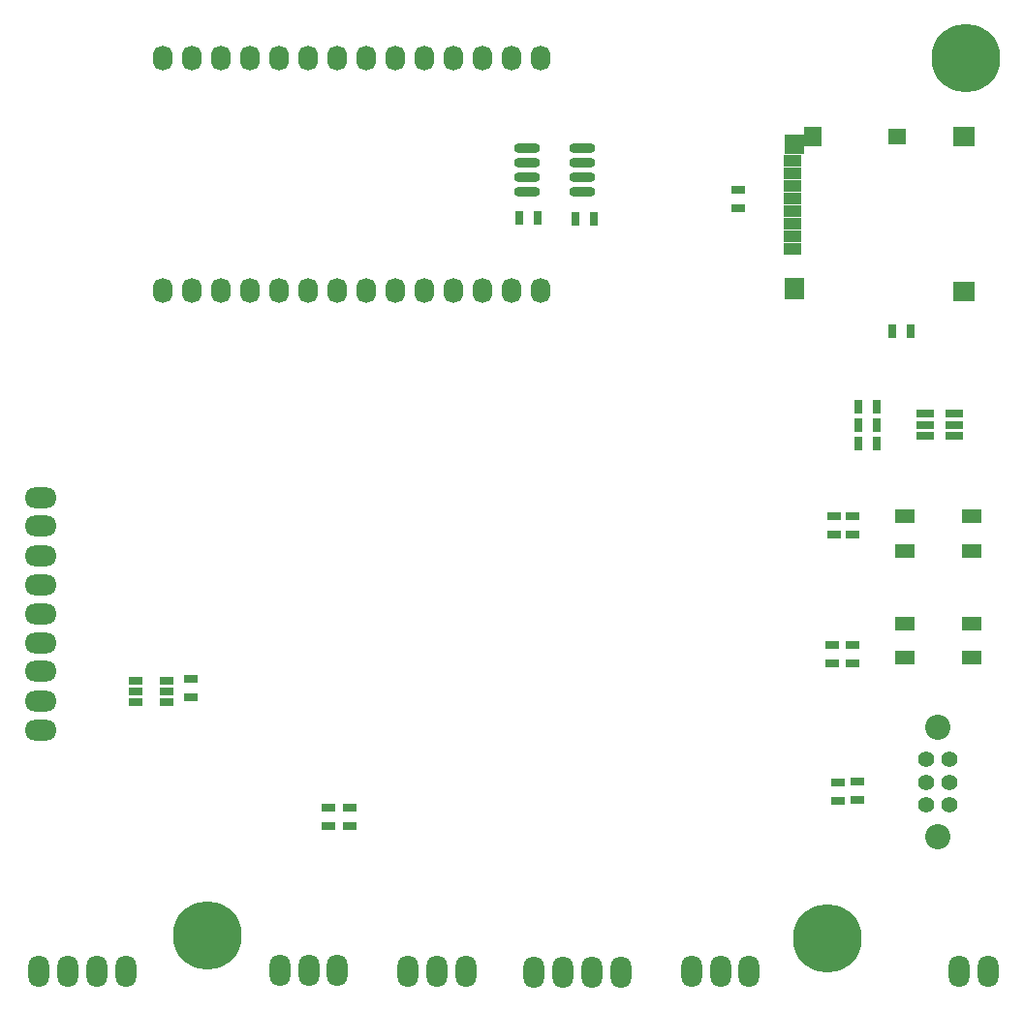
<source format=gts>
G04*
G04 #@! TF.GenerationSoftware,Altium Limited,Altium Designer,21.0.9 (235)*
G04*
G04 Layer_Color=8388736*
%FSLAX44Y44*%
%MOMM*%
G71*
G04*
G04 #@! TF.SameCoordinates,736B1018-3895-43CE-9238-027F92C9441B*
G04*
G04*
G04 #@! TF.FilePolarity,Negative*
G04*
G01*
G75*
%ADD28R,1.1532X0.8032*%
%ADD29R,0.8032X1.1532*%
%ADD30R,1.5032X0.8032*%
%ADD31R,1.7532X1.2032*%
%ADD32O,2.3032X0.8532*%
%ADD33R,1.2032X0.7032*%
%ADD34R,1.5032X1.7032*%
%ADD35R,1.9032X1.7032*%
%ADD36R,1.6032X1.4032*%
%ADD37R,1.7032X1.9032*%
%ADD38R,1.7032X1.8032*%
%ADD39R,1.6032X1.0032*%
%ADD40O,1.7032X2.2032*%
%ADD41O,2.8032X1.8032*%
%ADD42C,1.4032*%
%ADD43C,2.2032*%
%ADD44O,1.8032X2.8032*%
%ADD45C,6.0000*%
D28*
X172974Y271908D02*
D03*
Y287908D02*
D03*
X755250Y197778D02*
D03*
Y181778D02*
D03*
X738500Y197250D02*
D03*
Y181250D02*
D03*
X751234Y301450D02*
D03*
Y317450D02*
D03*
X733484Y316950D02*
D03*
Y300950D02*
D03*
X734894Y414200D02*
D03*
Y430200D02*
D03*
X751490Y430017D02*
D03*
Y414017D02*
D03*
X651106Y699250D02*
D03*
Y715250D02*
D03*
X311500Y174750D02*
D03*
Y158750D02*
D03*
X293000Y175000D02*
D03*
Y159000D02*
D03*
D29*
X772032Y493240D02*
D03*
X756032D02*
D03*
X772032Y509750D02*
D03*
X756032D02*
D03*
X772032Y525780D02*
D03*
X756032D02*
D03*
X801750Y592000D02*
D03*
X785750D02*
D03*
X525258Y690036D02*
D03*
X509258D02*
D03*
X476008Y690544D02*
D03*
X460009D02*
D03*
D30*
X814250Y519750D02*
D03*
Y509750D02*
D03*
X840250Y519250D02*
D03*
Y509750D02*
D03*
Y500250D02*
D03*
X814250D02*
D03*
D31*
X855658Y429560D02*
D03*
X796658D02*
D03*
Y399560D02*
D03*
X855658D02*
D03*
Y336339D02*
D03*
X796658D02*
D03*
Y306339D02*
D03*
X855658D02*
D03*
D32*
X466365Y751504D02*
D03*
Y738804D02*
D03*
Y726104D02*
D03*
Y713404D02*
D03*
X514865Y751504D02*
D03*
Y738804D02*
D03*
Y726104D02*
D03*
Y713404D02*
D03*
D33*
X124296Y267000D02*
D03*
Y276500D02*
D03*
Y286000D02*
D03*
X151296D02*
D03*
Y276500D02*
D03*
Y267000D02*
D03*
D34*
X716500Y761750D02*
D03*
D35*
X848500Y626750D02*
D03*
Y761750D02*
D03*
D36*
X790500D02*
D03*
D37*
X700000Y629250D02*
D03*
D38*
Y755250D02*
D03*
D39*
X699000Y663250D02*
D03*
Y674250D02*
D03*
Y685250D02*
D03*
Y696250D02*
D03*
Y707250D02*
D03*
Y718250D02*
D03*
Y729250D02*
D03*
Y740250D02*
D03*
D40*
X148600Y830650D02*
D03*
X174000D02*
D03*
X199400D02*
D03*
X224800D02*
D03*
X250200D02*
D03*
X275600D02*
D03*
X301000D02*
D03*
X326400D02*
D03*
X351800D02*
D03*
X377200D02*
D03*
X402600D02*
D03*
X428000D02*
D03*
X453400D02*
D03*
D03*
X148600Y627150D02*
D03*
X174000D02*
D03*
X199400D02*
D03*
X224800D02*
D03*
X250200D02*
D03*
X275600D02*
D03*
X301000D02*
D03*
X326400D02*
D03*
X351800D02*
D03*
X377200D02*
D03*
X402600D02*
D03*
X428000D02*
D03*
X453400D02*
D03*
X478800D02*
D03*
Y830650D02*
D03*
D41*
X41402Y243078D02*
D03*
Y319278D02*
D03*
Y294278D02*
D03*
Y268478D02*
D03*
Y395478D02*
D03*
Y421278D02*
D03*
Y446278D02*
D03*
Y370078D02*
D03*
Y344678D02*
D03*
D42*
X835500Y177250D02*
D03*
Y197250D02*
D03*
Y217250D02*
D03*
X815500Y177250D02*
D03*
Y197250D02*
D03*
Y217250D02*
D03*
D43*
X825500Y149250D02*
D03*
Y245250D02*
D03*
D44*
X844650Y32250D02*
D03*
X869650D02*
D03*
X40352Y32000D02*
D03*
X65752D02*
D03*
X116152D02*
D03*
X91152D02*
D03*
X300777Y32500D02*
D03*
X275777D02*
D03*
X250377D02*
D03*
X413250Y32250D02*
D03*
X388250D02*
D03*
X362850D02*
D03*
X523750Y31500D02*
D03*
X548750D02*
D03*
X498350D02*
D03*
X472950D02*
D03*
X610500Y31750D02*
D03*
X635900D02*
D03*
X660900D02*
D03*
D45*
X850000Y830000D02*
D03*
X729250Y60734D02*
D03*
X187500Y62984D02*
D03*
M02*

</source>
